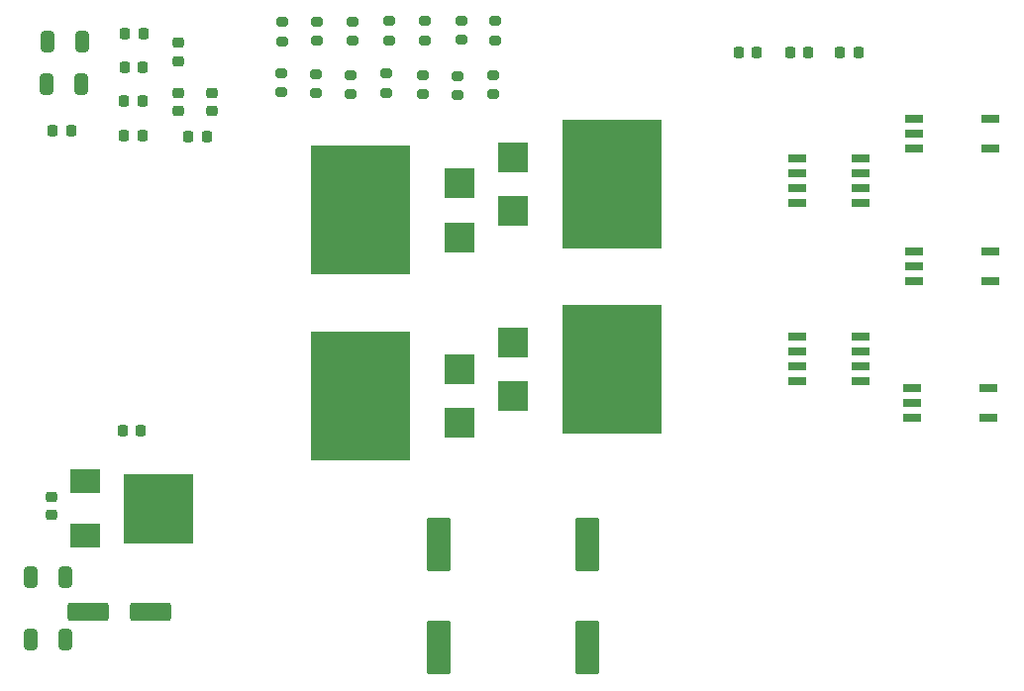
<source format=gbr>
%TF.GenerationSoftware,KiCad,Pcbnew,(7.0.0)*%
%TF.CreationDate,2023-02-15T20:10:09+09:00*%
%TF.ProjectId,_____,618744ac-c12e-46b6-9963-61645f706362,rev?*%
%TF.SameCoordinates,Original*%
%TF.FileFunction,Paste,Top*%
%TF.FilePolarity,Positive*%
%FSLAX46Y46*%
G04 Gerber Fmt 4.6, Leading zero omitted, Abs format (unit mm)*
G04 Created by KiCad (PCBNEW (7.0.0)) date 2023-02-15 20:10:09*
%MOMM*%
%LPD*%
G01*
G04 APERTURE LIST*
G04 Aperture macros list*
%AMRoundRect*
0 Rectangle with rounded corners*
0 $1 Rounding radius*
0 $2 $3 $4 $5 $6 $7 $8 $9 X,Y pos of 4 corners*
0 Add a 4 corners polygon primitive as box body*
4,1,4,$2,$3,$4,$5,$6,$7,$8,$9,$2,$3,0*
0 Add four circle primitives for the rounded corners*
1,1,$1+$1,$2,$3*
1,1,$1+$1,$4,$5*
1,1,$1+$1,$6,$7*
1,1,$1+$1,$8,$9*
0 Add four rect primitives between the rounded corners*
20,1,$1+$1,$2,$3,$4,$5,0*
20,1,$1+$1,$4,$5,$6,$7,0*
20,1,$1+$1,$6,$7,$8,$9,0*
20,1,$1+$1,$8,$9,$2,$3,0*%
G04 Aperture macros list end*
%ADD10RoundRect,0.200000X0.275000X-0.200000X0.275000X0.200000X-0.275000X0.200000X-0.275000X-0.200000X0*%
%ADD11RoundRect,0.225000X0.250000X-0.225000X0.250000X0.225000X-0.250000X0.225000X-0.250000X-0.225000X0*%
%ADD12R,2.500000X2.500000*%
%ADD13R,8.500000X11.000000*%
%ADD14RoundRect,0.218750X-0.218750X-0.256250X0.218750X-0.256250X0.218750X0.256250X-0.218750X0.256250X0*%
%ADD15R,1.650000X0.700000*%
%ADD16R,2.500000X2.000000*%
%ADD17R,6.000000X6.000000*%
%ADD18RoundRect,0.218750X-0.256250X0.218750X-0.256250X-0.218750X0.256250X-0.218750X0.256250X0.218750X0*%
%ADD19RoundRect,0.225000X-0.225000X-0.250000X0.225000X-0.250000X0.225000X0.250000X-0.225000X0.250000X0*%
%ADD20RoundRect,0.250000X-0.325000X-0.650000X0.325000X-0.650000X0.325000X0.650000X-0.325000X0.650000X0*%
%ADD21RoundRect,0.250000X0.325000X0.650000X-0.325000X0.650000X-0.325000X-0.650000X0.325000X-0.650000X0*%
%ADD22RoundRect,0.218750X0.218750X0.256250X-0.218750X0.256250X-0.218750X-0.256250X0.218750X-0.256250X0*%
%ADD23R,1.525000X0.700000*%
%ADD24RoundRect,0.250001X0.799999X-2.049999X0.799999X2.049999X-0.799999X2.049999X-0.799999X-2.049999X0*%
%ADD25RoundRect,0.250000X-1.500000X-0.550000X1.500000X-0.550000X1.500000X0.550000X-1.500000X0.550000X0*%
G04 APERTURE END LIST*
D10*
%TO.C,R1*%
X47570000Y-38205000D03*
X47570000Y-36555000D03*
%TD*%
D11*
%TO.C,C7*%
X41607500Y-44215000D03*
X41607500Y-42665000D03*
%TD*%
D12*
%TO.C,Q3*%
X67294999Y-48119999D03*
D13*
X75794999Y-50419999D03*
D12*
X67294999Y-52719999D03*
%TD*%
D14*
%TO.C,D6*%
X27945000Y-45835000D03*
X29520000Y-45835000D03*
%TD*%
D10*
%TO.C,R2*%
X50570000Y-38195000D03*
X50570000Y-36545000D03*
%TD*%
D15*
%TO.C,IC3*%
X107909999Y-70394999D03*
X107909999Y-67854999D03*
X101409999Y-67854999D03*
X101409999Y-69124999D03*
X101409999Y-70394999D03*
%TD*%
D10*
%TO.C,R9*%
X50470000Y-42665000D03*
X50470000Y-41015000D03*
%TD*%
D16*
%TO.C,IC6*%
X30709999Y-75869999D03*
X30709999Y-80469999D03*
D17*
X36959999Y-78169999D03*
%TD*%
D10*
%TO.C,R8*%
X47470000Y-42605000D03*
X47470000Y-40955000D03*
%TD*%
%TO.C,R6*%
X62920000Y-38115000D03*
X62920000Y-36465000D03*
%TD*%
D15*
%TO.C,IC4*%
X108094999Y-58769999D03*
X108094999Y-56229999D03*
X101594999Y-56229999D03*
X101594999Y-57499999D03*
X101594999Y-58769999D03*
%TD*%
D18*
%TO.C,D4*%
X38657500Y-38362500D03*
X38657500Y-39937500D03*
%TD*%
D19*
%TO.C,C8*%
X33925000Y-71550000D03*
X35475000Y-71550000D03*
%TD*%
D14*
%TO.C,D9*%
X86590000Y-39220000D03*
X88165000Y-39220000D03*
%TD*%
D20*
%TO.C,C3*%
X27497500Y-38255000D03*
X30447500Y-38255000D03*
%TD*%
D10*
%TO.C,R12*%
X59610000Y-42735000D03*
X59610000Y-41085000D03*
%TD*%
D21*
%TO.C,C1*%
X29065000Y-84070000D03*
X26115000Y-84070000D03*
%TD*%
D14*
%TO.C,D3*%
X34130000Y-37570000D03*
X35705000Y-37570000D03*
%TD*%
%TO.C,D5*%
X34070000Y-46320000D03*
X35645000Y-46320000D03*
%TD*%
%TO.C,D10*%
X95270000Y-39220000D03*
X96845000Y-39220000D03*
%TD*%
D12*
%TO.C,Q2*%
X62739999Y-70879999D03*
D13*
X54239999Y-68579999D03*
D12*
X62739999Y-66279999D03*
%TD*%
D22*
%TO.C,D2*%
X35625000Y-43330000D03*
X34050000Y-43330000D03*
%TD*%
D14*
%TO.C,D1*%
X34082500Y-40470000D03*
X35657500Y-40470000D03*
%TD*%
D10*
%TO.C,R5*%
X59750000Y-38155000D03*
X59750000Y-36505000D03*
%TD*%
D11*
%TO.C,C6*%
X38667500Y-44200000D03*
X38667500Y-42650000D03*
%TD*%
D18*
%TO.C,D7*%
X27860000Y-77162500D03*
X27860000Y-78737500D03*
%TD*%
D10*
%TO.C,R3*%
X53570000Y-38185000D03*
X53570000Y-36535000D03*
%TD*%
D23*
%TO.C,U2*%
X97051999Y-52069999D03*
X97051999Y-50799999D03*
X97051999Y-49529999D03*
X97051999Y-48259999D03*
X91627999Y-48259999D03*
X91627999Y-49529999D03*
X91627999Y-50799999D03*
X91627999Y-52069999D03*
%TD*%
D10*
%TO.C,R11*%
X56490000Y-42640000D03*
X56490000Y-40990000D03*
%TD*%
D14*
%TO.C,D8*%
X90982500Y-39220000D03*
X92557500Y-39220000D03*
%TD*%
D12*
%TO.C,Q1*%
X67284999Y-63999999D03*
D13*
X75784999Y-66299999D03*
D12*
X67284999Y-68599999D03*
%TD*%
%TO.C,Q4*%
X62744999Y-54969999D03*
D13*
X54244999Y-52669999D03*
D12*
X62744999Y-50369999D03*
%TD*%
D10*
%TO.C,R7*%
X65830000Y-38135000D03*
X65830000Y-36485000D03*
%TD*%
D15*
%TO.C,IC5*%
X108094999Y-47394999D03*
X108094999Y-44854999D03*
X101594999Y-44854999D03*
X101594999Y-46124999D03*
X101594999Y-47394999D03*
%TD*%
D10*
%TO.C,R10*%
X53460000Y-42735000D03*
X53460000Y-41085000D03*
%TD*%
D23*
%TO.C,U1*%
X91627999Y-63499999D03*
X91627999Y-64769999D03*
X91627999Y-66039999D03*
X91627999Y-67309999D03*
X97051999Y-67309999D03*
X97051999Y-66039999D03*
X97051999Y-64769999D03*
X97051999Y-63499999D03*
%TD*%
D10*
%TO.C,R4*%
X56700000Y-38160000D03*
X56700000Y-36510000D03*
%TD*%
D24*
%TO.C,C11*%
X73660000Y-90080000D03*
X73660000Y-81280000D03*
%TD*%
%TO.C,C10*%
X60990000Y-90050000D03*
X60990000Y-81250000D03*
%TD*%
D25*
%TO.C,C9*%
X30950000Y-86980000D03*
X36350000Y-86980000D03*
%TD*%
D19*
%TO.C,C5*%
X39577500Y-46390000D03*
X41127500Y-46390000D03*
%TD*%
D10*
%TO.C,R13*%
X62540000Y-42825000D03*
X62540000Y-41175000D03*
%TD*%
D21*
%TO.C,C2*%
X29065000Y-89350000D03*
X26115000Y-89350000D03*
%TD*%
D20*
%TO.C,C4*%
X27432500Y-41930000D03*
X30382500Y-41930000D03*
%TD*%
D10*
%TO.C,R14*%
X65620000Y-42770000D03*
X65620000Y-41120000D03*
%TD*%
M02*

</source>
